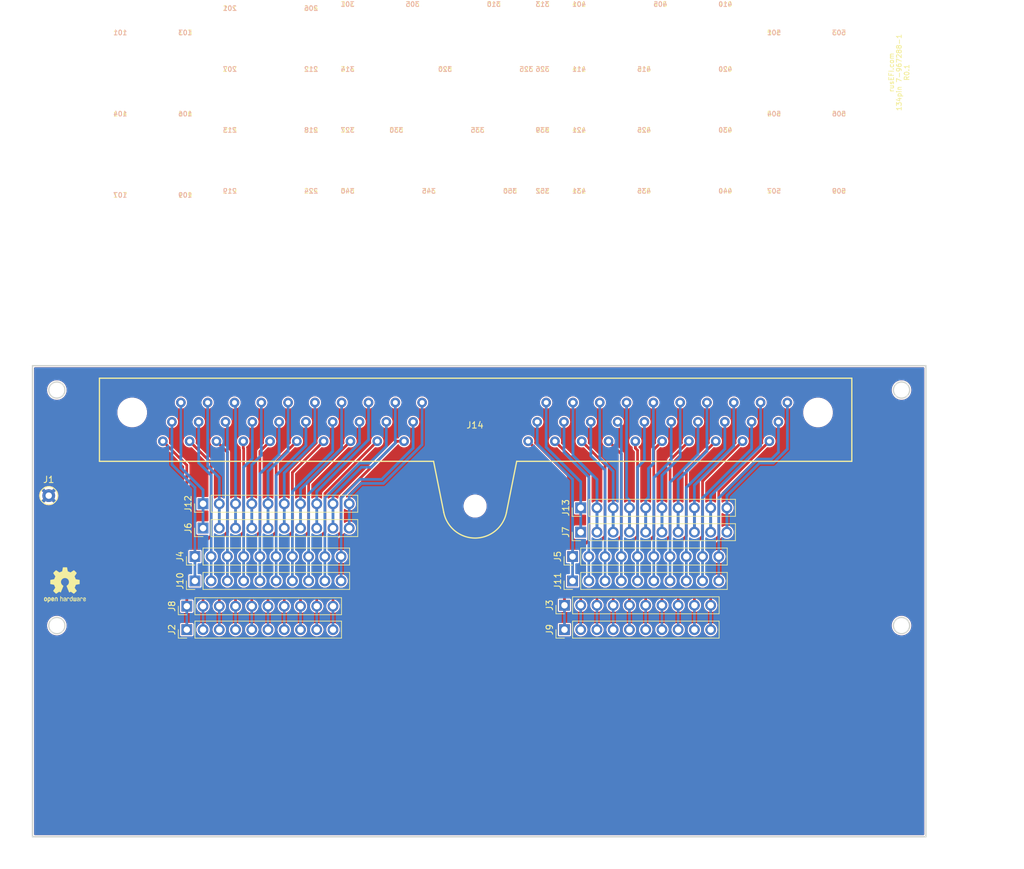
<source format=kicad_pcb>
(kicad_pcb (version 20171130) (host pcbnew "(5.1.5)-3")
  (title_block (title "134pin 7-967288-1 Breakout board") (date 2019-11-16) (rev R0.1))
  (layers (0 F.Cu signal) (31 B.Cu signal) (34 B.Paste user) (35 F.Paste user) (36 B.SilkS user) (37 F.SilkS user) (38 B.Mask user) (39 F.Mask user) (44 Edge.Cuts user))
  (net 0 "")
  (net 1 "Net-(J11-Pad4)")
  (net 2 "Net-(J11-Pad3)")
  (net 3 "Net-(J11-Pad2)")
  (net 4 "Net-(J10-Pad4)")
  (net 5 "Net-(J10-Pad3)")
  (net 6 "Net-(J10-Pad2)")
  (net 7 "Net-(J13-Pad2)")
  (net 8 "Net-(J14-Pad2)")
  (net 9 GND)
  (net 10 /420)
  (net 11 /421)
  (net 12 /10)
  (net 13 "Net-(J14-Pad9)")
  (net 14 "Net-(J14-Pad8)")
  (net 15 "Net-(J14-Pad7)")
  (net 16 "Net-(J14-Pad6)")
  (net 17 /5)
  (net 18 "Net-(J14-Pad4)")
  (net 19 "Net-(J14-Pad3)")
  (net 20 /1)
  (net 21 "Net-(J14-Pad19)")
  (net 22 "Net-(J14-Pad18)")
  (net 23 "Net-(J14-Pad17)")
  (net 24 "Net-(J14-Pad16)")
  (net 25 /15)
  (net 26 "Net-(J14-Pad14)")
  (net 27 "Net-(J14-Pad13)")
  (net 28 "Net-(J14-Pad12)")
  (net 29 /11)
  (net 30 /25)
  (net 31 "Net-(J10-Pad6)")
  (net 32 "Net-(J10-Pad7)")
  (net 33 "Net-(J10-Pad8)")
  (net 34 "Net-(J10-Pad9)")
  (net 35 /30)
  (net 36 /31)
  (net 37 /35)
  (net 38 "Net-(J11-Pad6)")
  (net 39 "Net-(J11-Pad7)")
  (net 40 "Net-(J11-Pad8)")
  (net 41 "Net-(J11-Pad9)")
  (net 42 /40)
  (net 43 /50)
  (net 44 "Net-(J12-Pad9)")
  (net 45 "Net-(J12-Pad8)")
  (net 46 "Net-(J12-Pad7)")
  (net 47 "Net-(J12-Pad6)")
  (net 48 /45)
  (net 49 "Net-(J12-Pad4)")
  (net 50 "Net-(J12-Pad3)")
  (net 51 "Net-(J12-Pad2)")
  (net 52 /41)
  (net 53 /60)
  (net 54 "Net-(J13-Pad9)")
  (net 55 "Net-(J13-Pad8)")
  (net 56 "Net-(J13-Pad7)")
  (net 57 "Net-(J13-Pad6)")
  (net 58 /55)
  (net 59 /54)
  (net 60 /53)
  (net 61 "Net-(J13-Pad1)")
  (module rusEFI:eeciv (layer F.Cu) (at 145.415 65.405)
    (fp_text reference J14 (at -0.019 7.401) (layer F.SilkS))
    (fp_text value EEC-IV)
    (pad 41 thru_hole circle (at -46.009 3.858) (size 1.524 1.524) (drill 0.762) (layers *.Cu *.Mask) (net 52 /41))
    (pad 43 thru_hole circle (at -37.627 3.861) (size 1.524 1.524) (drill 0.762) (layers *.Cu *.Mask) (net 50 "Net-(J12-Pad3)"))
    (pad 47 thru_hole circle (at -20.869 3.855) (size 1.524 1.524) (drill 0.762) (layers *.Cu *.Mask) (net 46 "Net-(J12-Pad7)"))
    (pad 46 thru_hole circle (at -25.055 3.852) (size 1.524 1.524) (drill 0.762) (layers *.Cu *.Mask) (net 47 "Net-(J12-Pad6)"))
    (pad 42 thru_hole circle (at -41.823 3.861) (size 1.524 1.524) (drill 0.762) (layers *.Cu *.Mask) (net 51 "Net-(J12-Pad2)"))
    (pad 48 thru_hole circle (at -16.673 3.855) (size 1.524 1.524) (drill 0.762) (layers *.Cu *.Mask) (net 45 "Net-(J12-Pad8)"))
    (pad 44 thru_hole circle (at -33.435 3.857) (size 1.524 1.524) (drill 0.762) (layers *.Cu *.Mask) (net 49 "Net-(J12-Pad4)"))
    (pad 50 thru_hole circle (at -8.293 3.857) (size 1.524 1.524) (drill 0.762) (layers *.Cu *.Mask) (net 43 /50))
    (pad 45 thru_hole circle (at -29.247 3.863) (size 1.524 1.524) (drill 0.762) (layers *.Cu *.Mask) (net 48 /45))
    (pad 49 thru_hole circle (at -12.481 3.851) (size 1.524 1.524) (drill 0.762) (layers *.Cu *.Mask) (net 44 "Net-(J12-Pad9)"))
    (pad 21 thru_hole circle (at -47.413 6.884) (size 1.524 1.524) (drill 0.762) (layers *.Cu *.Mask) (net 11 /421))
    (pad 23 thru_hole circle (at -39.031 6.887) (size 1.524 1.524) (drill 0.762) (layers *.Cu *.Mask) (net 5 "Net-(J10-Pad3)"))
    (pad 27 thru_hole circle (at -22.273 6.881) (size 1.524 1.524) (drill 0.762) (layers *.Cu *.Mask) (net 32 "Net-(J10-Pad7)"))
    (pad 26 thru_hole circle (at -26.459 6.878) (size 1.524 1.524) (drill 0.762) (layers *.Cu *.Mask) (net 31 "Net-(J10-Pad6)"))
    (pad 22 thru_hole circle (at -43.227 6.887) (size 1.524 1.524) (drill 0.762) (layers *.Cu *.Mask) (net 6 "Net-(J10-Pad2)"))
    (pad 28 thru_hole circle (at -18.077 6.881) (size 1.524 1.524) (drill 0.762) (layers *.Cu *.Mask) (net 33 "Net-(J10-Pad8)"))
    (pad 24 thru_hole circle (at -34.839 6.883) (size 1.524 1.524) (drill 0.762) (layers *.Cu *.Mask) (net 4 "Net-(J10-Pad4)"))
    (pad 30 thru_hole circle (at -9.697 6.883) (size 1.524 1.524) (drill 0.762) (layers *.Cu *.Mask) (net 35 /30))
    (pad 25 thru_hole circle (at -30.651 6.889) (size 1.524 1.524) (drill 0.762) (layers *.Cu *.Mask) (net 30 /25))
    (pad 29 thru_hole circle (at -13.885 6.877) (size 1.524 1.524) (drill 0.762) (layers *.Cu *.Mask) (net 34 "Net-(J10-Pad9)"))
    (pad 6 thru_hole circle (at -27.875 9.903) (size 1.524 1.524) (drill 0.762) (layers *.Cu *.Mask) (net 16 "Net-(J14-Pad6)"))
    (pad 8 thru_hole circle (at -19.493 9.906) (size 1.524 1.524) (drill 0.762) (layers *.Cu *.Mask) (net 14 "Net-(J14-Pad8)"))
    (pad 7 thru_hole circle (at -23.689 9.906) (size 1.524 1.524) (drill 0.762) (layers *.Cu *.Mask) (net 15 "Net-(J14-Pad7)"))
    (pad 9 thru_hole circle (at -15.301 9.902) (size 1.524 1.524) (drill 0.762) (layers *.Cu *.Mask) (net 13 "Net-(J14-Pad9)"))
    (pad 10 thru_hole circle (at -11.113 9.908) (size 1.524 1.524) (drill 0.762) (layers *.Cu *.Mask) (net 12 /10))
    (pad 5 thru_hole circle (at -32.067 9.914) (size 1.524 1.524) (drill 0.762) (layers *.Cu *.Mask) (net 17 /5))
    (pad 4 thru_hole circle (at -36.255 9.908) (size 1.524 1.524) (drill 0.762) (layers *.Cu *.Mask) (net 18 "Net-(J14-Pad4)"))
    (pad 3 thru_hole circle (at -40.447 9.912) (size 1.524 1.524) (drill 0.762) (layers *.Cu *.Mask) (net 19 "Net-(J14-Pad3)"))
    (pad 2 thru_hole circle (at -44.643 9.912) (size 1.524 1.524) (drill 0.762) (layers *.Cu *.Mask) (net 8 "Net-(J14-Pad2)"))
    (pad 1 thru_hole circle (at -48.829 9.909) (size 1.524 1.524) (drill 0.762) (layers *.Cu *.Mask) (net 20 /1))
    (pad 19 thru_hole circle (at 41.819 9.899) (size 1.524 1.524) (drill 0.762) (layers *.Cu *.Mask) (net 21 "Net-(J14-Pad19)"))
    (pad 60 thru_hole circle (at 48.827 3.854) (size 1.524 1.524) (drill 0.762) (layers *.Cu *.Mask) (net 53 /60))
    (pad 52 thru_hole circle (at 15.297 3.858) (size 1.524 1.524) (drill 0.762) (layers *.Cu *.Mask) (net 7 "Net-(J13-Pad2)"))
    (pad 16 thru_hole circle (at 29.245 9.9) (size 1.524 1.524) (drill 0.762) (layers *.Cu *.Mask) (net 24 "Net-(J14-Pad16)"))
    (pad 20 thru_hole circle (at 46.007 9.905) (size 1.524 1.524) (drill 0.762) (layers *.Cu *.Mask) (net 10 /420))
    (pad 18 thru_hole circle (at 37.627 9.903) (size 1.524 1.524) (drill 0.762) (layers *.Cu *.Mask) (net 22 "Net-(J14-Pad18)"))
    (pad 59 thru_hole circle (at 44.639 3.848) (size 1.524 1.524) (drill 0.762) (layers *.Cu *.Mask) (net 54 "Net-(J13-Pad9)"))
    (pad 54 thru_hole circle (at 23.685 3.854) (size 1.524 1.524) (drill 0.762) (layers *.Cu *.Mask) (net 59 /54))
    (pad 36 thru_hole circle (at 30.661 6.875) (size 1.524 1.524) (drill 0.762) (layers *.Cu *.Mask) (net 38 "Net-(J11-Pad6)"))
    (pad 37 thru_hole circle (at 34.847 6.878) (size 1.524 1.524) (drill 0.762) (layers *.Cu *.Mask) (net 39 "Net-(J11-Pad7)"))
    (pad 40 thru_hole circle (at 47.423 6.88) (size 1.524 1.524) (drill 0.762) (layers *.Cu *.Mask) (net 42 /40))
    (pad 33 thru_hole circle (at 18.089 6.884) (size 1.524 1.524) (drill 0.762) (layers *.Cu *.Mask) (net 2 "Net-(J11-Pad3)"))
    (pad 38 thru_hole circle (at 39.043 6.878) (size 1.524 1.524) (drill 0.762) (layers *.Cu *.Mask) (net 40 "Net-(J11-Pad8)"))
    (pad 17 thru_hole circle (at 33.431 9.903) (size 1.524 1.524) (drill 0.762) (layers *.Cu *.Mask) (net 23 "Net-(J14-Pad17)"))
    (pad 39 thru_hole circle (at 43.235 6.874) (size 1.524 1.524) (drill 0.762) (layers *.Cu *.Mask) (net 41 "Net-(J11-Pad9)"))
    (pad 58 thru_hole circle (at 40.447 3.852) (size 1.524 1.524) (drill 0.762) (layers *.Cu *.Mask) (net 55 "Net-(J13-Pad8)"))
    (pad 35 thru_hole circle (at 26.469 6.886) (size 1.524 1.524) (drill 0.762) (layers *.Cu *.Mask) (net 37 /35))
    (pad 51 thru_hole circle (at 11.111 3.855) (size 1.524 1.524) (drill 0.762) (layers *.Cu *.Mask) (net 61 "Net-(J13-Pad1)"))
    (pad 32 thru_hole circle (at 13.893 6.884) (size 1.524 1.524) (drill 0.762) (layers *.Cu *.Mask) (net 3 "Net-(J11-Pad2)"))
    (pad 53 thru_hole circle (at 19.493 3.858) (size 1.524 1.524) (drill 0.762) (layers *.Cu *.Mask) (net 60 /53))
    (pad 56 thru_hole circle (at 32.065 3.849) (size 1.524 1.524) (drill 0.762) (layers *.Cu *.Mask) (net 57 "Net-(J13-Pad6)"))
    (pad 15 thru_hole circle (at 25.053 9.911) (size 1.524 1.524) (drill 0.762) (layers *.Cu *.Mask) (net 25 /15))
    (pad 11 thru_hole circle (at 8.291 9.906) (size 1.524 1.524) (drill 0.762) (layers *.Cu *.Mask) (net 29 /11))
    (pad 12 thru_hole circle (at 12.477 9.909) (size 1.524 1.524) (drill 0.762) (layers *.Cu *.Mask) (net 28 "Net-(J14-Pad12)"))
    (pad 57 thru_hole circle (at 36.251 3.852) (size 1.524 1.524) (drill 0.762) (layers *.Cu *.Mask) (net 56 "Net-(J13-Pad7)"))
    (pad 31 thru_hole circle (at 9.707 6.881) (size 1.524 1.524) (drill 0.762) (layers *.Cu *.Mask) (net 36 /31))
    (pad 13 thru_hole circle (at 16.673 9.909) (size 1.524 1.524) (drill 0.762) (layers *.Cu *.Mask) (net 27 "Net-(J14-Pad13)"))
    (pad 14 thru_hole circle (at 20.865 9.905) (size 1.524 1.524) (drill 0.762) (layers *.Cu *.Mask) (net 26 "Net-(J14-Pad14)"))
    (pad 34 thru_hole circle (at 22.281 6.88) (size 1.524 1.524) (drill 0.762) (layers *.Cu *.Mask) (net 1 "Net-(J11-Pad4)"))
    (pad 55 thru_hole circle (at 27.873 3.86) (size 1.524 1.524) (drill 0.762) (layers *.Cu *.Mask) (net 58 /55))
    (pad "" np_thru_hole circle (at 53.617 5.412) (size 4.25 4.25) (drill 4.25) (layers *.Cu *.Mask))
    (pad "" np_thru_hole circle (at -53.624 5.407) (size 4.25 4.25) (drill 4.25) (layers *.Cu *.Mask))
    (pad "" np_thru_hole circle (at -0.003 20.048) (size 3.22 3.22) (drill 3.22) (layers *.Cu *.Mask))
  )
  (module Connector_PinHeader_2.54mm:PinHeader_1x10_P2.54mm_Vertical (layer F.Cu) (at 161.925 85.725 90)
    (fp_text reference J13 (at 0 -2.33 90) (layer F.SilkS))
    (fp_text value Conn_01x10)
    (pad 10 thru_hole oval (at 0 22.86 90) (size 1.7 1.7) (drill 1) (layers *.Cu *.Mask) (net 53 /60))
    (pad 9 thru_hole oval (at 0 20.32 90) (size 1.7 1.7) (drill 1) (layers *.Cu *.Mask) (net 54 "Net-(J13-Pad9)"))
    (pad 8 thru_hole oval (at 0 17.78 90) (size 1.7 1.7) (drill 1) (layers *.Cu *.Mask) (net 55 "Net-(J13-Pad8)"))
    (pad 7 thru_hole oval (at 0 15.24 90) (size 1.7 1.7) (drill 1) (layers *.Cu *.Mask) (net 56 "Net-(J13-Pad7)"))
    (pad 6 thru_hole oval (at 0 12.7 90) (size 1.7 1.7) (drill 1) (layers *.Cu *.Mask) (net 57 "Net-(J13-Pad6)"))
    (pad 5 thru_hole oval (at 0 10.16 90) (size 1.7 1.7) (drill 1) (layers *.Cu *.Mask) (net 58 /55))
    (pad 4 thru_hole oval (at 0 7.62 90) (size 1.7 1.7) (drill 1) (layers *.Cu *.Mask) (net 59 /54))
    (pad 3 thru_hole oval (at 0 5.08 90) (size 1.7 1.7) (drill 1) (layers *.Cu *.Mask) (net 60 /53))
    (pad 2 thru_hole oval (at 0 2.54 90) (size 1.7 1.7) (drill 1) (layers *.Cu *.Mask) (net 7 "Net-(J13-Pad2)"))
    (pad 1 thru_hole rect (at 0 0 90) (size 1.7 1.7) (drill 1) (layers *.Cu *.Mask) (net 61 "Net-(J13-Pad1)"))
  )
  (module Connector_PinHeader_2.54mm:PinHeader_1x10_P2.54mm_Vertical (layer F.Cu) (at 102.87 85.09 90)
    (fp_text reference J12 (at 0 -2.33 90) (layer F.SilkS))
    (fp_text value Conn_01x10)
    (pad 10 thru_hole oval (at 0 22.86 90) (size 1.7 1.7) (drill 1) (layers *.Cu *.Mask) (net 43 /50))
    (pad 9 thru_hole oval (at 0 20.32 90) (size 1.7 1.7) (drill 1) (layers *.Cu *.Mask) (net 44 "Net-(J12-Pad9)"))
    (pad 8 thru_hole oval (at 0 17.78 90) (size 1.7 1.7) (drill 1) (layers *.Cu *.Mask) (net 45 "Net-(J12-Pad8)"))
    (pad 7 thru_hole oval (at 0 15.24 90) (size 1.7 1.7) (drill 1) (layers *.Cu *.Mask) (net 46 "Net-(J12-Pad7)"))
    (pad 6 thru_hole oval (at 0 12.7 90) (size 1.7 1.7) (drill 1) (layers *.Cu *.Mask) (net 47 "Net-(J12-Pad6)"))
    (pad 5 thru_hole oval (at 0 10.16 90) (size 1.7 1.7) (drill 1) (layers *.Cu *.Mask) (net 48 /45))
    (pad 4 thru_hole oval (at 0 7.62 90) (size 1.7 1.7) (drill 1) (layers *.Cu *.Mask) (net 49 "Net-(J12-Pad4)"))
    (pad 3 thru_hole oval (at 0 5.08 90) (size 1.7 1.7) (drill 1) (layers *.Cu *.Mask) (net 50 "Net-(J12-Pad3)"))
    (pad 2 thru_hole oval (at 0 2.54 90) (size 1.7 1.7) (drill 1) (layers *.Cu *.Mask) (net 51 "Net-(J12-Pad2)"))
    (pad 1 thru_hole rect (at 0 0 90) (size 1.7 1.7) (drill 1) (layers *.Cu *.Mask) (net 52 /41))
  )
  (module Connector_PinHeader_2.54mm:PinHeader_1x10_P2.54mm_Vertical (layer F.Cu) (at 161.925 89.535 90)
    (fp_text reference J7 (at 0 -2.33 90) (layer F.SilkS))
    (fp_text value Conn_01x10)
    (pad 10 thru_hole oval (at 0 22.86 90) (size 1.7 1.7) (drill 1) (layers *.Cu *.Mask) (net 53 /60))
    (pad 9 thru_hole oval (at 0 20.32 90) (size 1.7 1.7) (drill 1) (layers *.Cu *.Mask) (net 54 "Net-(J13-Pad9)"))
    (pad 8 thru_hole oval (at 0 17.78 90) (size 1.7 1.7) (drill 1) (layers *.Cu *.Mask) (net 55 "Net-(J13-Pad8)"))
    (pad 7 thru_hole oval (at 0 15.24 90) (size 1.7 1.7) (drill 1) (layers *.Cu *.Mask) (net 56 "Net-(J13-Pad7)"))
    (pad 6 thru_hole oval (at 0 12.7 90) (size 1.7 1.7) (drill 1) (layers *.Cu *.Mask) (net 57 "Net-(J13-Pad6)"))
    (pad 5 thru_hole oval (at 0 10.16 90) (size 1.7 1.7) (drill 1) (layers *.Cu *.Mask) (net 58 /55))
    (pad 4 thru_hole oval (at 0 7.62 90) (size 1.7 1.7) (drill 1) (layers *.Cu *.Mask) (net 59 /54))
    (pad 3 thru_hole oval (at 0 5.08 90) (size 1.7 1.7) (drill 1) (layers *.Cu *.Mask) (net 60 /53))
    (pad 2 thru_hole oval (at 0 2.54 90) (size 1.7 1.7) (drill 1) (layers *.Cu *.Mask) (net 7 "Net-(J13-Pad2)"))
    (pad 1 thru_hole rect (at 0 0 90) (size 1.7 1.7) (drill 1) (layers *.Cu *.Mask) (net 61 "Net-(J13-Pad1)"))
  )
  (module Connector_PinHeader_2.54mm:PinHeader_1x10_P2.54mm_Vertical (layer F.Cu) (at 102.87 88.9 90)
    (fp_text reference J6 (at 0 -2.33 90) (layer F.SilkS))
    (fp_text value Conn_01x10)
    (pad 10 thru_hole oval (at 0 22.86 90) (size 1.7 1.7) (drill 1) (layers *.Cu *.Mask) (net 43 /50))
    (pad 9 thru_hole oval (at 0 20.32 90) (size 1.7 1.7) (drill 1) (layers *.Cu *.Mask) (net 44 "Net-(J12-Pad9)"))
    (pad 8 thru_hole oval (at 0 17.78 90) (size 1.7 1.7) (drill 1) (layers *.Cu *.Mask) (net 45 "Net-(J12-Pad8)"))
    (pad 7 thru_hole oval (at 0 15.24 90) (size 1.7 1.7) (drill 1) (layers *.Cu *.Mask) (net 46 "Net-(J12-Pad7)"))
    (pad 6 thru_hole oval (at 0 12.7 90) (size 1.7 1.7) (drill 1) (layers *.Cu *.Mask) (net 47 "Net-(J12-Pad6)"))
    (pad 5 thru_hole oval (at 0 10.16 90) (size 1.7 1.7) (drill 1) (layers *.Cu *.Mask) (net 48 /45))
    (pad 4 thru_hole oval (at 0 7.62 90) (size 1.7 1.7) (drill 1) (layers *.Cu *.Mask) (net 49 "Net-(J12-Pad4)"))
    (pad 3 thru_hole oval (at 0 5.08 90) (size 1.7 1.7) (drill 1) (layers *.Cu *.Mask) (net 50 "Net-(J12-Pad3)"))
    (pad 2 thru_hole oval (at 0 2.54 90) (size 1.7 1.7) (drill 1) (layers *.Cu *.Mask) (net 51 "Net-(J12-Pad2)"))
    (pad 1 thru_hole rect (at 0 0 90) (size 1.7 1.7) (drill 1) (layers *.Cu *.Mask) (net 52 /41))
  )
  (module Connector_PinHeader_2.54mm:PinHeader_1x10_P2.54mm_Vertical (layer F.Cu) (at 100.33 104.775 90)
    (fp_text reference J2 (at 0 -2.33 90) (layer F.SilkS))
    (fp_text value Conn_01x10)
    (pad 10 thru_hole oval (at 0 22.86 90) (size 1.7 1.7) (drill 1) (layers *.Cu *.Mask) (net 12 /10))
    (pad 9 thru_hole oval (at 0 20.32 90) (size 1.7 1.7) (drill 1) (layers *.Cu *.Mask) (net 13 "Net-(J14-Pad9)"))
    (pad 8 thru_hole oval (at 0 17.78 90) (size 1.7 1.7) (drill 1) (layers *.Cu *.Mask) (net 14 "Net-(J14-Pad8)"))
    (pad 7 thru_hole oval (at 0 15.24 90) (size 1.7 1.7) (drill 1) (layers *.Cu *.Mask) (net 15 "Net-(J14-Pad7)"))
    (pad 6 thru_hole oval (at 0 12.7 90) (size 1.7 1.7) (drill 1) (layers *.Cu *.Mask) (net 16 "Net-(J14-Pad6)"))
    (pad 5 thru_hole oval (at 0 10.16 90) (size 1.7 1.7) (drill 1) (layers *.Cu *.Mask) (net 17 /5))
    (pad 4 thru_hole oval (at 0 7.62 90) (size 1.7 1.7) (drill 1) (layers *.Cu *.Mask) (net 18 "Net-(J14-Pad4)"))
    (pad 3 thru_hole oval (at 0 5.08 90) (size 1.7 1.7) (drill 1) (layers *.Cu *.Mask) (net 19 "Net-(J14-Pad3)"))
    (pad 2 thru_hole oval (at 0 2.54 90) (size 1.7 1.7) (drill 1) (layers *.Cu *.Mask) (net 8 "Net-(J14-Pad2)"))
    (pad 1 thru_hole rect (at 0 0 90) (size 1.7 1.7) (drill 1) (layers *.Cu *.Mask) (net 20 /1))
  )
  (module Connector_PinHeader_2.54mm:PinHeader_1x10_P2.54mm_Vertical (layer F.Cu) (at 159.385 100.965 90)
    (fp_text reference J3 (at 0 -2.33 90) (layer F.SilkS))
    (fp_text value Conn_01x10)
    (pad 10 thru_hole oval (at 0 22.86 90) (size 1.7 1.7) (drill 1) (layers *.Cu *.Mask) (net 10 /420))
    (pad 9 thru_hole oval (at 0 20.32 90) (size 1.7 1.7) (drill 1) (layers *.Cu *.Mask) (net 21 "Net-(J14-Pad19)"))
    (pad 8 thru_hole oval (at 0 17.78 90) (size 1.7 1.7) (drill 1) (layers *.Cu *.Mask) (net 22 "Net-(J14-Pad18)"))
    (pad 7 thru_hole oval (at 0 15.24 90) (size 1.7 1.7) (drill 1) (layers *.Cu *.Mask) (net 23 "Net-(J14-Pad17)"))
    (pad 6 thru_hole oval (at 0 12.7 90) (size 1.7 1.7) (drill 1) (layers *.Cu *.Mask) (net 24 "Net-(J14-Pad16)"))
    (pad 5 thru_hole oval (at 0 10.16 90) (size 1.7 1.7) (drill 1) (layers *.Cu *.Mask) (net 25 /15))
    (pad 4 thru_hole oval (at 0 7.62 90) (size 1.7 1.7) (drill 1) (layers *.Cu *.Mask) (net 26 "Net-(J14-Pad14)"))
    (pad 3 thru_hole oval (at 0 5.08 90) (size 1.7 1.7) (drill 1) (layers *.Cu *.Mask) (net 27 "Net-(J14-Pad13)"))
    (pad 2 thru_hole oval (at 0 2.54 90) (size 1.7 1.7) (drill 1) (layers *.Cu *.Mask) (net 28 "Net-(J14-Pad12)"))
    (pad 1 thru_hole rect (at 0 0 90) (size 1.7 1.7) (drill 1) (layers *.Cu *.Mask) (net 29 /11))
  )
  (module Connector_PinHeader_2.54mm:PinHeader_1x10_P2.54mm_Vertical (layer F.Cu) (at 101.6 93.345 90)
    (fp_text reference J4 (at 0 -2.33 90) (layer F.SilkS))
    (fp_text value Conn_01x10)
    (pad 1 thru_hole rect (at 0 0 90) (size 1.7 1.7) (drill 1) (layers *.Cu *.Mask) (net 11 /421))
    (pad 2 thru_hole oval (at 0 2.54 90) (size 1.7 1.7) (drill 1) (layers *.Cu *.Mask) (net 6 "Net-(J10-Pad2)"))
    (pad 3 thru_hole oval (at 0 5.08 90) (size 1.7 1.7) (drill 1) (layers *.Cu *.Mask) (net 5 "Net-(J10-Pad3)"))
    (pad 4 thru_hole oval (at 0 7.62 90) (size 1.7 1.7) (drill 1) (layers *.Cu *.Mask) (net 4 "Net-(J10-Pad4)"))
    (pad 5 thru_hole oval (at 0 10.16 90) (size 1.7 1.7) (drill 1) (layers *.Cu *.Mask) (net 30 /25))
    (pad 6 thru_hole oval (at 0 12.7 90) (size 1.7 1.7) (drill 1) (layers *.Cu *.Mask) (net 31 "Net-(J10-Pad6)"))
    (pad 7 thru_hole oval (at 0 15.24 90) (size 1.7 1.7) (drill 1) (layers *.Cu *.Mask) (net 32 "Net-(J10-Pad7)"))
    (pad 8 thru_hole oval (at 0 17.78 90) (size 1.7 1.7) (drill 1) (layers *.Cu *.Mask) (net 33 "Net-(J10-Pad8)"))
    (pad 9 thru_hole oval (at 0 20.32 90) (size 1.7 1.7) (drill 1) (layers *.Cu *.Mask) (net 34 "Net-(J10-Pad9)"))
    (pad 10 thru_hole oval (at 0 22.86 90) (size 1.7 1.7) (drill 1) (layers *.Cu *.Mask) (net 35 /30))
  )
  (module Connector_PinHeader_2.54mm:PinHeader_1x10_P2.54mm_Vertical (layer F.Cu) (at 160.655 93.345 90)
    (fp_text reference J5 (at 0 -2.33 90) (layer F.SilkS))
    (fp_text value Conn_01x10)
    (pad 1 thru_hole rect (at 0 0 90) (size 1.7 1.7) (drill 1) (layers *.Cu *.Mask) (net 36 /31))
    (pad 2 thru_hole oval (at 0 2.54 90) (size 1.7 1.7) (drill 1) (layers *.Cu *.Mask) (net 3 "Net-(J11-Pad2)"))
    (pad 3 thru_hole oval (at 0 5.08 90) (size 1.7 1.7) (drill 1) (layers *.Cu *.Mask) (net 2 "Net-(J11-Pad3)"))
    (pad 4 thru_hole oval (at 0 7.62 90) (size 1.7 1.7) (drill 1) (layers *.Cu *.Mask) (net 1 "Net-(J11-Pad4)"))
    (pad 5 thru_hole oval (at 0 10.16 90) (size 1.7 1.7) (drill 1) (layers *.Cu *.Mask) (net 37 /35))
    (pad 6 thru_hole oval (at 0 12.7 90) (size 1.7 1.7) (drill 1) (layers *.Cu *.Mask) (net 38 "Net-(J11-Pad6)"))
    (pad 7 thru_hole oval (at 0 15.24 90) (size 1.7 1.7) (drill 1) (layers *.Cu *.Mask) (net 39 "Net-(J11-Pad7)"))
    (pad 8 thru_hole oval (at 0 17.78 90) (size 1.7 1.7) (drill 1) (layers *.Cu *.Mask) (net 40 "Net-(J11-Pad8)"))
    (pad 9 thru_hole oval (at 0 20.32 90) (size 1.7 1.7) (drill 1) (layers *.Cu *.Mask) (net 41 "Net-(J11-Pad9)"))
    (pad 10 thru_hole oval (at 0 22.86 90) (size 1.7 1.7) (drill 1) (layers *.Cu *.Mask) (net 42 /40))
  )
  (module Connector_PinHeader_2.54mm:PinHeader_1x10_P2.54mm_Vertical (layer F.Cu) (at 100.33 101.11 90)
    (fp_text reference J8 (at 0 -2.33 90) (layer F.SilkS))
    (fp_text value Conn_01x10)
    (pad 1 thru_hole rect (at 0 0 90) (size 1.7 1.7) (drill 1) (layers *.Cu *.Mask) (net 20 /1))
    (pad 2 thru_hole oval (at 0 2.54 90) (size 1.7 1.7) (drill 1) (layers *.Cu *.Mask) (net 8 "Net-(J14-Pad2)"))
    (pad 3 thru_hole oval (at 0 5.08 90) (size 1.7 1.7) (drill 1) (layers *.Cu *.Mask) (net 19 "Net-(J14-Pad3)"))
    (pad 4 thru_hole oval (at 0 7.62 90) (size 1.7 1.7) (drill 1) (layers *.Cu *.Mask) (net 18 "Net-(J14-Pad4)"))
    (pad 5 thru_hole oval (at 0 10.16 90) (size 1.7 1.7) (drill 1) (layers *.Cu *.Mask) (net 17 /5))
    (pad 6 thru_hole oval (at 0 12.7 90) (size 1.7 1.7) (drill 1) (layers *.Cu *.Mask) (net 16 "Net-(J14-Pad6)"))
    (pad 7 thru_hole oval (at 0 15.24 90) (size 1.7 1.7) (drill 1) (layers *.Cu *.Mask) (net 15 "Net-(J14-Pad7)"))
    (pad 8 thru_hole oval (at 0 17.78 90) (size 1.7 1.7) (drill 1) (layers *.Cu *.Mask) (net 14 "Net-(J14-Pad8)"))
    (pad 9 thru_hole oval (at 0 20.32 90) (size 1.7 1.7) (drill 1) (layers *.Cu *.Mask) (net 13 "Net-(J14-Pad9)"))
    (pad 10 thru_hole oval (at 0 22.86 90) (size 1.7 1.7) (drill 1) (layers *.Cu *.Mask) (net 12 /10))
  )
  (module Connector_PinHeader_2.54mm:PinHeader_1x10_P2.54mm_Vertical (layer F.Cu) (at 159.385 104.775 90)
    (fp_text reference J9 (at 0 -2.33 90) (layer F.SilkS))
    (fp_text value Conn_01x10)
    (pad 10 thru_hole oval (at 0 22.86 90) (size 1.7 1.7) (drill 1) (layers *.Cu *.Mask) (net 10 /420))
    (pad 9 thru_hole oval (at 0 20.32 90) (size 1.7 1.7) (drill 1) (layers *.Cu *.Mask) (net 21 "Net-(J14-Pad19)"))
    (pad 8 thru_hole oval (at 0 17.78 90) (size 1.7 1.7) (drill 1) (layers *.Cu *.Mask) (net 22 "Net-(J14-Pad18)"))
    (pad 7 thru_hole oval (at 0 15.24 90) (size 1.7 1.7) (drill 1) (layers *.Cu *.Mask) (net 23 "Net-(J14-Pad17)"))
    (pad 6 thru_hole oval (at 0 12.7 90) (size 1.7 1.7) (drill 1) (layers *.Cu *.Mask) (net 24 "Net-(J14-Pad16)"))
    (pad 5 thru_hole oval (at 0 10.16 90) (size 1.7 1.7) (drill 1) (layers *.Cu *.Mask) (net 25 /15))
    (pad 4 thru_hole oval (at 0 7.62 90) (size 1.7 1.7) (drill 1) (layers *.Cu *.Mask) (net 26 "Net-(J14-Pad14)"))
    (pad 3 thru_hole oval (at 0 5.08 90) (size 1.7 1.7) (drill 1) (layers *.Cu *.Mask) (net 27 "Net-(J14-Pad13)"))
    (pad 2 thru_hole oval (at 0 2.54 90) (size 1.7 1.7) (drill 1) (layers *.Cu *.Mask) (net 28 "Net-(J14-Pad12)"))
    (pad 1 thru_hole rect (at 0 0 90) (size 1.7 1.7) (drill 1) (layers *.Cu *.Mask) (net 29 /11))
  )
  (module Connector_PinHeader_2.54mm:PinHeader_1x10_P2.54mm_Vertical (layer F.Cu) (at 101.6 97.155 90)
    (fp_text reference J10 (at 0 -2.33 90) (layer F.SilkS))
    (fp_text value Conn_01x10)
    (pad 1 thru_hole rect (at 0 0 90) (size 1.7 1.7) (drill 1) (layers *.Cu *.Mask) (net 11 /421))
    (pad 2 thru_hole oval (at 0 2.54 90) (size 1.7 1.7) (drill 1) (layers *.Cu *.Mask) (net 6 "Net-(J10-Pad2)"))
    (pad 3 thru_hole oval (at 0 5.08 90) (size 1.7 1.7) (drill 1) (layers *.Cu *.Mask) (net 5 "Net-(J10-Pad3)"))
    (pad 4 thru_hole oval (at 0 7.62 90) (size 1.7 1.7) (drill 1) (layers *.Cu *.Mask) (net 4 "Net-(J10-Pad4)"))
    (pad 5 thru_hole oval (at 0 10.16 90) (size 1.7 1.7) (drill 1) (layers *.Cu *.Mask) (net 30 /25))
    (pad 6 thru_hole oval (at 0 12.7 90) (size 1.7 1.7) (drill 1) (layers *.Cu *.Mask) (net 31 "Net-(J10-Pad6)"))
    (pad 7 thru_hole oval (at 0 15.24 90) (size 1.7 1.7) (drill 1) (layers *.Cu *.Mask) (net 32 "Net-(J10-Pad7)"))
    (pad 8 thru_hole oval (at 0 17.78 90) (size 1.7 1.7) (drill 1) (layers *.Cu *.Mask) (net 33 "Net-(J10-Pad8)"))
    (pad 9 thru_hole oval (at 0 20.32 90) (size 1.7 1.7) (drill 1) (layers *.Cu *.Mask) (net 34 "Net-(J10-Pad9)"))
    (pad 10 thru_hole oval (at 0 22.86 90) (size 1.7 1.7) (drill 1) (layers *.Cu *.Mask) (net 35 /30))
  )
  (module Connector_PinHeader_2.54mm:PinHeader_1x10_P2.54mm_Vertical (layer F.Cu) (at 160.655 97.155 90)
    (fp_text reference J11 (at 0 -2.33 90) (layer F.SilkS))
    (fp_text value Conn_01x10)
    (pad 10 thru_hole oval (at 0 22.86 90) (size 1.7 1.7) (drill 1) (layers *.Cu *.Mask) (net 42 /40))
    (pad 9 thru_hole oval (at 0 20.32 90) (size 1.7 1.7) (drill 1) (layers *.Cu *.Mask) (net 41 "Net-(J11-Pad9)"))
    (pad 8 thru_hole oval (at 0 17.78 90) (size 1.7 1.7) (drill 1) (layers *.Cu *.Mask) (net 40 "Net-(J11-Pad8)"))
    (pad 7 thru_hole oval (at 0 15.24 90) (size 1.7 1.7) (drill 1) (layers *.Cu *.Mask) (net 39 "Net-(J11-Pad7)"))
    (pad 6 thru_hole oval (at 0 12.7 90) (size 1.7 1.7) (drill 1) (layers *.Cu *.Mask) (net 38 "Net-(J11-Pad6)"))
    (pad 5 thru_hole oval (at 0 10.16 90) (size 1.7 1.7) (drill 1) (layers *.Cu *.Mask) (net 37 /35))
    (pad 4 thru_hole oval (at 0 7.62 90) (size 1.7 1.7) (drill 1) (layers *.Cu *.Mask) (net 1 "Net-(J11-Pad4)"))
    (pad 3 thru_hole oval (at 0 5.08 90) (size 1.7 1.7) (drill 1) (layers *.Cu *.Mask) (net 2 "Net-(J11-Pad3)"))
    (pad 2 thru_hole oval (at 0 2.54 90) (size 1.7 1.7) (drill 1) (layers *.Cu *.Mask) (net 3 "Net-(J11-Pad2)"))
    (pad 1 thru_hole rect (at 0 0 90) (size 1.7 1.7) (drill 1) (layers *.Cu *.Mask) (net 36 /31))
  )
  (module Symbol:OSHW-Logo2_7.3x6mm_SilkScreen (layer F.Cu) (at 81.28 97.79)
    (fp_text reference LOGO1 hide)
    (fp_text value DNP hide)
  )
  (module TestPoint:TestPoint_Keystone_5000-5004_Miniature (layer F.Cu) (at 78.74 83.82)
    (fp_text reference J1 (at 0 -2.5) (layer F.SilkS))
    (fp_text value Conn_01x01)
    (pad 1 thru_hole circle (at 0 0) (size 2 2) (drill 1) (layers *.Cu *.Mask) (net 9 GND))
  )
  (gr_text 509 (at 202.311 36.195) (layer B.SilkS) (effects (font (size 0.75 0.75) (thickness 0.13)) (justify mirror)))
  (gr_text 507 (at 192.151 36.195) (layer B.SilkS) (effects (font (size 0.75 0.75) (thickness 0.13)) (justify mirror)))
  (gr_text 440 (at 184.531 36.195) (layer B.SilkS) (effects (font (size 0.75 0.75) (thickness 0.13)) (justify mirror)))
  (gr_text 435 (at 171.831 36.195) (layer B.SilkS) (effects (font (size 0.75 0.75) (thickness 0.13)) (justify mirror)))
  (gr_text 431 (at 161.671 36.195) (layer B.SilkS) (effects (font (size 0.75 0.75) (thickness 0.13)) (justify mirror)))
  (gr_text 352 (at 155.956 36.195) (layer B.SilkS) (effects (font (size 0.75 0.75) (thickness 0.13)) (justify mirror)))
  (gr_text 350 (at 150.876 36.195) (layer B.SilkS) (effects (font (size 0.75 0.75) (thickness 0.13)) (justify mirror)))
  (gr_text 345 (at 138.176 36.195) (layer B.SilkS) (effects (font (size 0.75 0.75) (thickness 0.13)) (justify mirror)))
  (gr_text 340 (at 125.476 36.195) (layer B.SilkS) (effects (font (size 0.75 0.75) (thickness 0.13)) (justify mirror)))
  (gr_text 224 (at 119.761 36.195) (layer B.SilkS) (effects (font (size 0.75 0.75) (thickness 0.13)) (justify mirror)))
  (gr_text 219 (at 107.061 36.195) (layer B.SilkS) (effects (font (size 0.75 0.75) (thickness 0.13)) (justify mirror)))
  (gr_text 109 (at 100.076 36.83) (layer B.SilkS) (effects (font (size 0.75 0.75) (thickness 0.13)) (justify mirror)))
  (gr_text 107 (at 89.916 36.83) (layer B.SilkS) (effects (font (size 0.75 0.75) (thickness 0.13)) (justify mirror)))
  (gr_text 104 (at 89.916 24.13) (layer B.SilkS) (effects (font (size 0.75 0.75) (thickness 0.13)) (justify mirror)))
  (gr_text 106 (at 100.076 24.13) (layer B.SilkS) (effects (font (size 0.75 0.75) (thickness 0.13)) (justify mirror)))
  (gr_text 213 (at 107.061 26.67) (layer B.SilkS) (effects (font (size 0.75 0.75) (thickness 0.13)) (justify mirror)))
  (gr_text 218 (at 119.761 26.67) (layer B.SilkS) (effects (font (size 0.75 0.75) (thickness 0.13)) (justify mirror)))
  (gr_text 327 (at 125.476 26.67) (layer B.SilkS) (effects (font (size 0.75 0.75) (thickness 0.13)) (justify mirror)))
  (gr_text 330 (at 133.096 26.67) (layer B.SilkS) (effects (font (size 0.75 0.75) (thickness 0.13)) (justify mirror)))
  (gr_text 335 (at 145.796 26.67) (layer B.SilkS) (effects (font (size 0.75 0.75) (thickness 0.13)) (justify mirror)))
  (gr_text 339 (at 155.956 26.67) (layer B.SilkS) (effects (font (size 0.75 0.75) (thickness 0.13)) (justify mirror)))
  (gr_text 421 (at 161.671 26.67) (layer B.SilkS) (effects (font (size 0.75 0.75) (thickness 0.13)) (justify mirror)))
  (gr_text 425 (at 171.831 26.67) (layer B.SilkS) (effects (font (size 0.75 0.75) (thickness 0.13)) (justify mirror)))
  (gr_text 430 (at 184.531 26.67) (layer B.SilkS) (effects (font (size 0.75 0.75) (thickness 0.13)) (justify mirror)))
  (gr_text 504 (at 192.151 24.13) (layer B.SilkS) (effects (font (size 0.75 0.75) (thickness 0.13)) (justify mirror)))
  (gr_text 506 (at 202.311 24.13) (layer B.SilkS) (effects (font (size 0.75 0.75) (thickness 0.13)) (justify mirror)))
  (gr_text 503 (at 202.311 11.43) (layer B.SilkS) (effects (font (size 0.75 0.75) (thickness 0.13)) (justify mirror)))
  (gr_text 501 (at 192.151 11.43) (layer B.SilkS) (effects (font (size 0.75 0.75) (thickness 0.13)) (justify mirror)))
  (gr_text 420 (at 184.531 17.145) (layer B.SilkS) (effects (font (size 0.75 0.75) (thickness 0.13)) (justify mirror)))
  (gr_text 410 (at 184.531 6.985) (layer B.SilkS) (effects (font (size 0.75 0.75) (thickness 0.13)) (justify mirror)))
  (gr_text 415 (at 171.831 17.145) (layer B.SilkS) (effects (font (size 0.75 0.75) (thickness 0.13)) (justify mirror)))
  (gr_text 405 (at 174.371 6.985) (layer B.SilkS) (effects (font (size 0.75 0.75) (thickness 0.13)) (justify mirror)))
  (gr_text 401 (at 161.671 6.985) (layer B.SilkS) (effects (font (size 0.75 0.75) (thickness 0.13)) (justify mirror)))
  (gr_text 411 (at 161.671 17.145) (layer B.SilkS) (effects (font (size 0.75 0.75) (thickness 0.13)) (justify mirror)))
  (gr_text 326 (at 155.956 17.145) (layer B.SilkS) (effects (font (size 0.75 0.75) (thickness 0.13)) (justify mirror)))
  (gr_text 325 (at 153.416 17.145) (layer B.SilkS) (effects (font (size 0.75 0.75) (thickness 0.13)) (justify mirror)))
  (gr_text 313 (at 155.956 6.985) (layer B.SilkS) (effects (font (size 0.75 0.75) (thickness 0.13)) (justify mirror)))
  (gr_text 320 (at 140.716 17.145) (layer B.SilkS) (effects (font (size 0.75 0.75) (thickness 0.13)) (justify mirror)))
  (gr_text 310 (at 148.336 6.985) (layer B.SilkS) (effects (font (size 0.75 0.75) (thickness 0.13)) (justify mirror)))
  (gr_text 305 (at 135.636 6.985) (layer B.SilkS) (effects (font (size 0.75 0.75) (thickness 0.13)) (justify mirror)))
  (gr_text 314 (at 125.476 17.145) (layer B.SilkS) (effects (font (size 0.75 0.75) (thickness 0.13)) (justify mirror)))
  (gr_text 301 (at 125.476 6.985) (layer B.SilkS) (effects (font (size 0.75 0.75) (thickness 0.13)) (justify mirror)))
  (gr_text 212 (at 119.761 17.145) (layer B.SilkS) (effects (font (size 0.75 0.75) (thickness 0.13)) (justify mirror)))
  (gr_text 206 (at 119.761 7.62) (layer B.SilkS) (effects (font (size 0.75 0.75) (thickness 0.13)) (justify mirror)))
  (gr_text 207 (at 107.061 17.145) (layer B.SilkS) (effects (font (size 0.75 0.75) (thickness 0.13)) (justify mirror)))
  (gr_text 201 (at 107.061 7.62) (layer B.SilkS) (effects (font (size 0.75 0.75) (thickness 0.13)) (justify mirror)))
  (gr_text 101 (at 89.916 11.43) (layer B.SilkS) (effects (font (size 0.75 0.75) (thickness 0.13)) (justify mirror)))
  (gr_text 103 (at 100.076 11.43) (layer B.SilkS) (effects (font (size 0.75 0.75) (thickness 0.13)) (justify mirror)))
  (gr_text 301 (at 125.476 6.985) (layer F.SilkS) (effects (font (size 0.75 0.75) (thickness 0.13))))
  (gr_text 305 (at 135.636 6.985) (layer F.SilkS) (effects (font (size 0.75 0.75) (thickness 0.13))))
  (gr_text 320 (at 140.716 17.145) (layer F.SilkS) (effects (font (size 0.75 0.75) (thickness 0.13))))
  (gr_text 326 (at 155.956 17.145) (layer F.SilkS) (effects (font (size 0.75 0.75) (thickness 0.13))))
  (gr_text 325 (at 153.416 17.145) (layer F.SilkS) (effects (font (size 0.75 0.75) (thickness 0.13))))
  (gr_text 310 (at 148.336 6.985) (layer F.SilkS) (effects (font (size 0.75 0.75) (thickness 0.13))))
  (gr_text 313 (at 155.956 6.985) (layer F.SilkS) (effects (font (size 0.75 0.75) (thickness 0.13))))
  (gr_text 411 (at 161.671 17.145) (layer F.SilkS) (effects (font (size 0.75 0.75) (thickness 0.13))))
  (gr_text 401 (at 161.671 6.985) (layer F.SilkS) (effects (font (size 0.75 0.75) (thickness 0.13))))
  (gr_text 405 (at 174.371 6.985) (layer F.SilkS) (effects (font (size 0.75 0.75) (thickness 0.13))))
  (gr_text 410 (at 184.531 6.985) (layer F.SilkS) (effects (font (size 0.75 0.75) (thickness 0.13))))
  (gr_text 415 (at 171.831 17.145) (layer F.SilkS) (effects (font (size 0.75 0.75) (thickness 0.13))))
  (gr_text 420 (at 184.531 17.145) (layer F.SilkS) (effects (font (size 0.75 0.75) (thickness 0.13))))
  (gr_text 503 (at 202.311 11.43) (layer F.SilkS) (effects (font (size 0.75 0.75) (thickness 0.13))))
  (gr_text 501 (at 192.151 11.43) (layer F.SilkS) (effects (font (size 0.75 0.75) (thickness 0.13))))
  (gr_text 506 (at 202.311 24.13) (layer F.SilkS) (effects (font (size 0.75 0.75) (thickness 0.13))))
  (gr_text 504 (at 192.151 24.13) (layer F.SilkS) (effects (font (size 0.75 0.75) (thickness 0.13))))
  (gr_text 430 (at 184.531 26.67) (layer F.SilkS) (effects (font (size 0.75 0.75) (thickness 0.13))))
  (gr_text 425 (at 171.831 26.67) (layer F.SilkS) (effects (font (size 0.75 0.75) (thickness 0.13))))
  (gr_text 421 (at 161.671 26.67) (layer F.SilkS) (effects (font (size 0.75 0.75) (thickness 0.13))))
  (gr_text 330 (at 133.096 26.67) (layer F.SilkS) (effects (font (size 0.75 0.75) (thickness 0.13))))
  (gr_text 339 (at 155.956 26.67) (layer F.SilkS) (effects (font (size 0.75 0.75) (thickness 0.13))))
  (gr_text 335 (at 145.796 26.67) (layer F.SilkS) (effects (font (size 0.75 0.75) (thickness 0.13))))
  (gr_text 352 (at 155.956 36.195) (layer F.SilkS) (effects (font (size 0.75 0.75) (thickness 0.13))))
  (gr_text 509 (at 202.311 36.195) (layer F.SilkS) (effects (font (size 0.75 0.75) (thickness 0.13))))
  (gr_text 507 (at 192.151 36.195) (layer F.SilkS) (effects (font (size 0.75 0.75) (thickness 0.13))))
  (gr_text 440 (at 184.531 36.195) (layer F.SilkS) (effects (font (size 0.75 0.75) (thickness 0.13))))
  (gr_text 435 (at 171.831 36.195) (layer F.SilkS) (effects (font (size 0.75 0.75) (thickness 0.13))))
  (gr_text 431 (at 161.671 36.195) (layer F.SilkS) (effects (font (size 0.75 0.75) (thickness 0.13))))
  (gr_text 314 (at 125.476 17.145) (layer F.SilkS) (effects (font (size 0.75 0.75) (thickness 0.13))))
  (gr_text 327 (at 125.476 26.67) (layer F.SilkS) (effects (font (size 0.75 0.75) (thickness 0.13))))
  (gr_text 350 (at 150.876 36.195) (layer F.SilkS) (effects (font (size 0.75 0.75) (thickness 0.13))))
  (gr_text 345 (at 138.176 36.195) (layer F.SilkS) (effects (font (size 0.75 0.75) (thickness 0.13))))
  (gr_text 340 (at 125.476 36.195) (layer F.SilkS) (effects (font (size 0.75 0.75) (thickness 0.13))))
  (gr_text 103 (at 100.076 11.43) (layer F.SilkS) (effects (font (size 0.75 0.75) (thickness 0.13))))
  (gr_text 101 (at 89.916 11.43) (layer F.SilkS) (effects (font (size 0.75 0.75) (thickness 0.13))))
  (gr_text 106 (at 100.076 24.13) (layer F.SilkS) (effects (font (size 0.75 0.75) (thickness 0.13))))
  (gr_text 104 (at 89.916 24.13) (layer F.SilkS) (effects (font (size 0.75 0.75) (thickness 0.13))))
  (gr_text 109 (at 100.076 36.83) (layer F.SilkS) (effects (font (size 0.75 0.75) (thickness 0.13))))
  (gr_text 107 (at 89.916 36.83) (layer F.SilkS) (effects (font (size 0.75 0.75) (thickness 0.13))))
  (gr_text 206 (at 119.761 7.62) (layer F.SilkS) (effects (font (size 0.75 0.75) (thickness 0.13))))
  (gr_text 201 (at 107.061 7.62) (layer F.SilkS) (effects (font (size 0.75 0.75) (thickness 0.13))))
  (gr_text 212 (at 119.761 17.145) (layer F.SilkS) (effects (font (size 0.75 0.75) (thickness 0.13))))
  (gr_text 207 (at 107.061 17.145) (layer F.SilkS) (effects (font (size 0.75 0.75) (thickness 0.13))))
  (gr_text 218 (at 119.761 26.67) (layer F.SilkS) (effects (font (size 0.75 0.75) (thickness 0.13))))
  (gr_text 213 (at 107.061 26.67) (layer F.SilkS) (effects (font (size 0.75 0.75) (thickness 0.13))))
  (gr_text 224 (at 119.761 36.195) (layer F.SilkS) (effects (font (size 0.75 0.75) (thickness 0.13))))
  (gr_text 219 (at 107.061 36.195) (layer F.SilkS) (effects (font (size 0.75 0.75) (thickness 0.13))))
  (gr_text "rusEFI.com\n134pin 7-967288-1\nR0.1" (at 211.709 17.653 90) (layer F.SilkS) (effects (font (size 0.75 0.75) (thickness 0.13))))
  (gr_circle (center 212.09 104.14) (end 213.36 104.14) (layer Edge.Cuts) (width 0.2))
  (gr_circle (center 80.01 104.14) (end 81.28 104.14) (layer Edge.Cuts) (width 0.2))
  (gr_circle (center 212.09 67.31) (end 213.36 67.31) (layer Edge.Cuts) (width 0.2))
  (gr_circle (center 80.01 67.31) (end 78.74 67.31) (layer Edge.Cuts) (width 0.2))
  (gr_line (start 76.2 63.5) (end 76.2 137.16) (layer Edge.Cuts) (width 0.2))
  (gr_line (start 215.9 63.5) (end 76.2 63.5) (layer Edge.Cuts) (width 0.2))
  (gr_line (start 215.9 137.16) (end 215.9 63.5) (layer Edge.Cuts) (width 0.2))
  (gr_line (start 76.2 137.16) (end 215.9 137.16) (layer Edge.Cuts) (width 0.2))
  (segment (start 168.275 93.345) (end 168.275 97.155) (width 0.4318) (layer B.Cu) (net 1))
  (segment (start 168.275 92.71) (end 168.275 72.864) (width 0.4318) (layer B.Cu) (net 1))
  (segment (start 168.275 72.864) (end 167.696 72.285) (width 0.4318) (layer B.Cu) (net 1))
  (segment (start 165.735 93.345) (end 165.735 97.155) (width 0.4318) (layer B.Cu) (net 2))
  (segment (start 163.504 73.36663) (end 163.504 72.289) (width 0.4318) (layer B.Cu) (net 2))
  (segment (start 163.504 77.593038) (end 163.504 73.36663) (width 0.4318) (layer B.Cu) (net 2))
  (segment (start 165.735 93.345) (end 165.735 79.824038) (width 0.4318) (layer B.Cu) (net 2))
  (segment (start 165.735 79.824038) (end 163.504 77.593038) (width 0.4318) (layer B.Cu) (net 2))
  (segment (start 163.195 93.345) (end 163.195 97.155) (width 0.4318) (layer B.Cu) (net 3))
  (segment (start 159.308 73.36663) (end 159.308 72.289) (width 0.4318) (layer B.Cu) (net 3))
  (segment (start 159.308 77.021038) (end 159.308 73.36663) (width 0.4318) (layer B.Cu) (net 3))
  (segment (start 163.195 93.345) (end 163.195 80.908038) (width 0.4318) (layer B.Cu) (net 3))
  (segment (start 163.195 80.908038) (end 159.308 77.021038) (width 0.4318) (layer B.Cu) (net 3))
  (segment (start 109.22 93.345) (end 109.22 97.155) (width 0.4318) (layer B.Cu) (net 4))
  (segment (start 109.22 93.345) (end 109.22 79.375) (width 0.4318) (layer B.Cu) (net 4))
  (segment (start 109.22 79.375) (end 110.576 78.019) (width 0.4318) (layer B.Cu) (net 4))
  (segment (start 110.576 78.019) (end 110.576 72.288) (width 0.4318) (layer B.Cu) (net 4))
  (segment (start 106.68 93.345) (end 106.68 97.155) (width 0.4318) (layer B.Cu) (net 5))
  (segment (start 106.68 93.345) (end 106.68 72.588) (width 0.4318) (layer B.Cu) (net 5))
  (segment (start 106.68 72.588) (end 106.384 72.292) (width 0.4318) (layer B.Cu) (net 5))
  (segment (start 104.14 93.345) (end 104.14 97.155) (width 0.4318) (layer B.Cu) (net 6))
  (segment (start 104.14 93.345) (end 104.14 80.645) (width 0.4318) (layer B.Cu) (net 6))
  (segment (start 104.14 80.645) (end 102.188 78.693) (width 0.4318) (layer B.Cu) (net 6))
  (segment (start 102.188 78.693) (end 102.188 72.292) (width 0.4318) (layer B.Cu) (net 6))
  (segment (start 164.465 85.09) (end 164.465 88.9) (width 0.4318) (layer B.Cu) (net 7))
  (segment (start 164.465 89.535) (end 164.465 85.725) (width 0.4318) (layer B.Cu) (net 7))
  (segment (start 160.712 70.34063) (end 160.712 69.263) (width 0.4318) (layer B.Cu) (net 7))
  (segment (start 160.712 77.527) (end 160.712 70.34063) (width 0.4318) (layer B.Cu) (net 7))
  (segment (start 164.465 85.725) (end 164.465 81.28) (width 0.4318) (layer B.Cu) (net 7))
  (segment (start 164.465 81.28) (end 160.712 77.527) (width 0.4318) (layer B.Cu) (net 7))
  (segment (start 102.87 101.11) (end 102.87 104.775) (width 0.4318) (layer B.Cu) (net 8))
  (segment (start 102.87 101.11) (end 102.87 91.3544) (width 0.4318) (layer F.Cu) (net 8))
  (segment (start 102.87 91.3544) (end 104.139 90.0853) (width 0.4318) (layer F.Cu) (net 8))
  (segment (start 104.139 90.0853) (end 104.139 78.6841) (width 0.4318) (layer F.Cu) (net 8))
  (segment (start 104.139 78.6841) (end 101.534 76.079) (width 0.4318) (layer F.Cu) (net 8))
  (segment (start 101.534 76.079) (end 100.772 75.317) (width 0.4318) (layer F.Cu) (net 8))
  (segment (start 182.245 100.965) (end 182.245 104.775) (width 0.4318) (layer B.Cu) (net 10))
  (segment (start 182.245 100.965) (end 182.245 91.4133) (width 0.4318) (layer F.Cu) (net 10))
  (segment (start 190.66 76.072) (end 191.422 75.31) (width 0.4318) (layer F.Cu) (net 10))
  (segment (start 183.516 83.2161) (end 190.66 76.072) (width 0.4318) (layer F.Cu) (net 10))
  (segment (start 182.245 91.44) (end 183.516 90.169) (width 0.4318) (layer F.Cu) (net 10))
  (segment (start 183.516 90.169) (end 183.516 83.2161) (width 0.4318) (layer F.Cu) (net 10))
  (segment (start 101.6 93.345) (end 101.6 97.155) (width 0.4318) (layer B.Cu) (net 11))
  (segment (start 101.6 93.345) (end 101.6 82.55) (width 0.4318) (layer B.Cu) (net 11))
  (segment (start 101.6 82.55) (end 98.002 78.952) (width 0.4318) (layer B.Cu) (net 11))
  (segment (start 98.002 78.952) (end 98.002 72.289) (width 0.4318) (layer B.Cu) (net 11))
  (segment (start 123.19 101.11) (end 123.19 104.775) (width 0.4318) (layer B.Cu) (net 12))
  (segment (start 123.19 101.11) (end 123.19 90.7783) (width 0.4318) (layer F.Cu) (net 12))
  (segment (start 123.19 90.7783) (end 124.461 89.5074) (width 0.4318) (layer F.Cu) (net 12))
  (segment (start 124.461 89.5074) (end 124.461 84.0765) (width 0.4318) (layer F.Cu) (net 12))
  (segment (start 124.461 84.0765) (end 133.224 75.313) (width 0.4318) (layer F.Cu) (net 12))
  (segment (start 133.224 75.313) (end 134.302 75.313) (width 0.4318) (layer F.Cu) (net 12))
  (segment (start 120.65 101.11) (end 120.65 104.775) (width 0.4318) (layer B.Cu) (net 13))
  (segment (start 120.65 101.11) (end 120.65 90.7783) (width 0.4318) (layer F.Cu) (net 13))
  (segment (start 120.65 90.7783) (end 121.921 89.5074) (width 0.4318) (layer F.Cu) (net 13))
  (segment (start 121.921 89.5074) (end 121.921 83.5001) (width 0.4318) (layer F.Cu) (net 13))
  (segment (start 121.921 83.5001) (end 129.352 76.069) (width 0.4318) (layer F.Cu) (net 13))
  (segment (start 129.352 76.069) (end 130.114 75.307) (width 0.4318) (layer F.Cu) (net 13))
  (segment (start 118.11 101.11) (end 118.11 104.775) (width 0.4318) (layer B.Cu) (net 14))
  (segment (start 118.11 101.11) (end 118.11 90.7783) (width 0.4318) (layer F.Cu) (net 14))
  (segment (start 118.11 90.7783) (end 119.381 89.5074) (width 0.4318) (layer F.Cu) (net 14))
  (segment (start 119.381 89.5074) (end 119.381 81.8521) (width 0.4318) (layer F.Cu) (net 14))
  (segment (start 119.381 81.8521) (end 125.16 76.073) (width 0.4318) (layer F.Cu) (net 14))
  (segment (start 125.16 76.073) (end 125.922 75.311) (width 0.4318) (layer F.Cu) (net 14))
  (segment (start 115.57 101.11) (end 115.57 104.775) (width 0.4318) (layer B.Cu) (net 15))
  (segment (start 115.57 101.11) (end 115.57 90.7783) (width 0.4318) (layer F.Cu) (net 15))
  (segment (start 115.57 90.7783) (end 116.841 89.5074) (width 0.4318) (layer F.Cu) (net 15))
  (segment (start 116.841 89.5074) (end 116.841 80.1961) (width 0.4318) (layer F.Cu) (net 15))
  (segment (start 116.841 80.1961) (end 120.964 76.073) (width 0.4318) (layer F.Cu) (net 15))
  (segment (start 120.964 76.073) (end 121.726 75.311) (width 0.4318) (layer F.Cu) (net 15))
  (segment (start 113.03 101.11) (end 113.03 104.775) (width 0.4318) (layer B.Cu) (net 16))
  (segment (start 113.03 101.11) (end 113.03 90.7783) (width 0.4318) (layer F.Cu) (net 16))
  (segment (start 113.03 90.7783) (end 114.301 89.5074) (width 0.4318) (layer F.Cu) (net 16))
  (segment (start 114.301 89.5074) (end 114.301 78.5471) (width 0.4318) (layer F.Cu) (net 16))
  (segment (start 114.301 78.5471) (end 116.778 76.07) (width 0.4318) (layer F.Cu) (net 16))
  (segment (start 116.778 76.07) (end 117.54 75.308) (width 0.4318) (layer F.Cu) (net 16))
  (segment (start 110.49 101.11) (end 110.49 104.775) (width 0.4318) (layer B.Cu) (net 17))
  (segment (start 110.49 101.11) (end 110.49 90.7783) (width 0.4318) (layer F.Cu) (net 17))
  (segment (start 110.49 90.7783) (end 111.761 89.5074) (width 0.4318) (layer F.Cu) (net 17))
  (segment (start 111.761 89.5074) (end 111.761 76.9061) (width 0.4318) (layer F.Cu) (net 17))
  (segment (start 111.761 76.9061) (end 112.586 76.081) (width 0.4318) (layer F.Cu) (net 17))
  (segment (start 112.586 76.081) (end 113.348 75.319) (width 0.4318) (layer F.Cu) (net 17))
  (segment (start 107.95 101.11) (end 107.95 104.775) (width 0.4318) (layer B.Cu) (net 18))
  (segment (start 107.95 101.11) (end 107.95 90.7783) (width 0.4318) (layer F.Cu) (net 18))
  (segment (start 107.95 90.7783) (end 109.219 89.5092) (width 0.4318) (layer F.Cu) (net 18))
  (segment (start 109.219 89.5092) (end 109.219 76.4497) (width 0.4318) (layer F.Cu) (net 18))
  (segment (start 109.219 76.4497) (end 109.16 76.3906) (width 0.4318) (layer F.Cu) (net 18))
  (segment (start 109.16 76.3906) (end 109.16 75.313) (width 0.4318) (layer F.Cu) (net 18))
  (segment (start 105.41 101.11) (end 105.41 104.775) (width 0.4318) (layer B.Cu) (net 19))
  (segment (start 105.41 101.11) (end 105.41 90.7783) (width 0.4318) (layer F.Cu) (net 19))
  (segment (start 105.41 90.7783) (end 106.679 89.5092) (width 0.4318) (layer F.Cu) (net 19))
  (segment (start 106.679 89.5092) (end 106.679 77.0281) (width 0.4318) (layer F.Cu) (net 19))
  (segment (start 106.679 77.0281) (end 105.73 76.079) (width 0.4318) (layer F.Cu) (net 19))
  (segment (start 105.73 76.079) (end 104.968 75.317) (width 0.4318) (layer F.Cu) (net 19))
  (segment (start 100.33 101.11) (end 100.33 104.775) (width 0.4318) (layer B.Cu) (net 20))
  (segment (start 100.33 101.11) (end 100.33 79.058) (width 0.4318) (layer F.Cu) (net 20))
  (segment (start 100.33 79.058) (end 96.586 75.314) (width 0.4318) (layer F.Cu) (net 20))
  (segment (start 179.705 100.965) (end 179.705 104.775) (width 0.4318) (layer B.Cu) (net 21))
  (segment (start 179.705 100.965) (end 179.705 91.4133) (width 0.4318) (layer F.Cu) (net 21))
  (segment (start 186.472 76.066) (end 187.234 75.304) (width 0.4318) (layer F.Cu) (net 21))
  (segment (start 180.976 81.5621) (end 186.472 76.066) (width 0.4318) (layer F.Cu) (net 21))
  (segment (start 179.705 91.44) (end 180.976 90.169) (width 0.4318) (layer F.Cu) (net 21))
  (segment (start 180.976 90.169) (end 180.976 81.5621) (width 0.4318) (layer F.Cu) (net 21))
  (segment (start 177.165 100.965) (end 177.165 104.775) (width 0.4318) (layer B.Cu) (net 22))
  (segment (start 177.165 100.965) (end 177.165 91.4133) (width 0.4318) (layer F.Cu) (net 22))
  (segment (start 178.436 79.9141) (end 182.28 76.07) (width 0.4318) (layer F.Cu) (net 22))
  (segment (start 182.28 76.07) (end 183.042 75.308) (width 0.4318) (layer F.Cu) (net 22))
  (segment (start 177.165 91.4133) (end 178.436 90.1423) (width 0.4318) (layer F.Cu) (net 22))
  (segment (start 178.436 90.1423) (end 178.436 79.9141) (width 0.4318) (layer F.Cu) (net 22))
  (segment (start 174.625 100.965) (end 174.625 104.775) (width 0.4318) (layer B.Cu) (net 23))
  (segment (start 174.625 100.965) (end 174.625 91.4133) (width 0.4318) (layer F.Cu) (net 23))
  (segment (start 174.625 91.4133) (end 175.896 90.1423) (width 0.4318) (layer F.Cu) (net 23))
  (segment (start 178.084 76.07) (end 178.846 75.308) (width 0.4318) (layer F.Cu) (net 23))
  (segment (start 175.896 78.2581) (end 178.084 76.07) (width 0.4318) (layer F.Cu) (net 23))
  (segment (start 175.896 90.1423) (end 175.896 78.2581) (width 0.4318) (layer F.Cu) (net 23))
  (segment (start 172.085 100.965) (end 172.085 104.775) (width 0.4318) (layer B.Cu) (net 24))
  (segment (start 172.085 100.965) (end 172.085 91.4133) (width 0.4318) (layer F.Cu) (net 24))
  (segment (start 173.356 76.6091) (end 173.898 76.067) (width 0.4318) (layer F.Cu) (net 24))
  (segment (start 173.898 76.067) (end 174.66 75.305) (width 0.4318) (layer F.Cu) (net 24))
  (segment (start 172.085 91.4133) (end 173.356 90.1423) (width 0.4318) (layer F.Cu) (net 24))
  (segment (start 173.356 90.1423) (end 173.356 76.6091) (width 0.4318) (layer F.Cu) (net 24))
  (segment (start 169.545 100.965) (end 169.545 104.775) (width 0.4318) (layer B.Cu) (net 25))
  (segment (start 169.545 100.965) (end 169.545 91.4133) (width 0.4318) (layer F.Cu) (net 25))
  (segment (start 170.468 76.3936) (end 170.468 75.316) (width 0.4318) (layer F.Cu) (net 25))
  (segment (start 170.814 76.7397) (end 170.468 76.3936) (width 0.4318) (layer F.Cu) (net 25))
  (segment (start 169.545 91.4133) (end 170.814 90.1443) (width 0.4318) (layer F.Cu) (net 25))
  (segment (start 170.814 90.1443) (end 170.814 76.7397) (width 0.4318) (layer F.Cu) (net 25))
  (segment (start 167.005 100.965) (end 167.005 104.775) (width 0.4318) (layer B.Cu) (net 26))
  (segment (start 167.005 100.965) (end 167.005 91.4133) (width 0.4318) (layer F.Cu) (net 26))
  (segment (start 168.274 77.3041) (end 167.042 76.072) (width 0.4318) (layer F.Cu) (net 26))
  (segment (start 167.042 76.072) (end 166.28 75.31) (width 0.4318) (layer F.Cu) (net 26))
  (segment (start 167.005 91.4133) (end 168.274 90.1443) (width 0.4318) (layer F.Cu) (net 26))
  (segment (start 168.274 90.1443) (end 168.274 77.3041) (width 0.4318) (layer F.Cu) (net 26))
  (segment (start 164.465 100.965) (end 164.465 104.775) (width 0.4318) (layer B.Cu) (net 27))
  (segment (start 164.465 100.965) (end 164.465 91.4133) (width 0.4318) (layer F.Cu) (net 27))
  (segment (start 162.85 76.076) (end 162.088 75.314) (width 0.4318) (layer F.Cu) (net 27))
  (segment (start 165.734 78.9601) (end 162.85 76.076) (width 0.4318) (layer F.Cu) (net 27))
  (segment (start 164.465 91.4133) (end 165.734 90.1443) (width 0.4318) (layer F.Cu) (net 27))
  (segment (start 165.734 90.1443) (end 165.734 78.9601) (width 0.4318) (layer F.Cu) (net 27))
  (segment (start 161.925 100.965) (end 161.925 104.775) (width 0.4318) (layer B.Cu) (net 28))
  (segment (start 161.925 100.965) (end 161.925 91.9894) (width 0.4318) (layer F.Cu) (net 28))
  (segment (start 158.654 76.076) (end 157.892 75.314) (width 0.4318) (layer F.Cu) (net 28))
  (segment (start 163.194 80.6161) (end 158.654 76.076) (width 0.4318) (layer F.Cu) (net 28))
  (segment (start 161.925 92.075) (end 163.194 90.806) (width 0.4318) (layer F.Cu) (net 28))
  (segment (start 163.194 90.806) (end 163.194 80.6161) (width 0.4318) (layer F.Cu) (net 28))
  (segment (start 159.385 100.965) (end 159.385 104.775) (width 0.4318) (layer B.Cu) (net 29))
  (segment (start 159.385 80.99) (end 153.706 75.311) (width 0.4318) (layer F.Cu) (net 29))
  (segment (start 159.385 100.965) (end 159.385 80.99) (width 0.4318) (layer F.Cu) (net 29))
  (segment (start 111.76 93.345) (end 111.76 97.155) (width 0.4318) (layer B.Cu) (net 30))
  (segment (start 111.76 93.345) (end 111.76 80.382) (width 0.4318) (layer B.Cu) (net 30))
  (segment (start 111.76 80.382) (end 114.764 77.378) (width 0.4318) (layer B.Cu) (net 30))
  (segment (start 114.764 77.378) (end 114.764 72.294) (width 0.4318) (layer B.Cu) (net 30))
  (segment (start 114.3 93.345) (end 114.3 97.155) (width 0.4318) (layer B.Cu) (net 31))
  (segment (start 114.3 93.345) (end 114.3 80.645) (width 0.4318) (layer B.Cu) (net 31))
  (segment (start 114.3 80.645) (end 118.956 75.989) (width 0.4318) (layer B.Cu) (net 31))
  (segment (start 118.956 75.989) (end 118.956 72.283) (width 0.4318) (layer B.Cu) (net 31))
  (segment (start 116.84 93.345) (end 116.84 97.155) (width 0.4318) (layer B.Cu) (net 32))
  (segment (start 116.84 93.345) (end 116.84 83.185) (width 0.4318) (layer B.Cu) (net 32))
  (segment (start 116.84 83.185) (end 123.142 76.883) (width 0.4318) (layer B.Cu) (net 32))
  (segment (start 123.142 76.883) (end 123.142 72.286) (width 0.4318) (layer B.Cu) (net 32))
  (segment (start 119.38 93.345) (end 119.38 97.155) (width 0.4318) (layer B.Cu) (net 33))
  (segment (start 119.38 93.345) (end 119.38 83.557) (width 0.4318) (layer B.Cu) (net 33))
  (segment (start 119.38 83.557) (end 127.338 75.599) (width 0.4318) (layer B.Cu) (net 33))
  (segment (start 127.338 75.599) (end 127.338 72.286) (width 0.4318) (layer B.Cu) (net 33))
  (segment (start 121.92 93.345) (end 121.92 97.155) (width 0.4318) (layer B.Cu) (net 34))
  (segment (start 121.92 93.345) (end 121.92 84.192) (width 0.4318) (layer B.Cu) (net 34))
  (segment (start 121.92 84.192) (end 127.372 78.74) (width 0.4318) (layer B.Cu) (net 34))
  (segment (start 127.372 78.74) (end 128.905 78.74) (width 0.4318) (layer B.Cu) (net 34))
  (segment (start 128.905 78.74) (end 131.53 76.115) (width 0.4318) (layer B.Cu) (net 34))
  (segment (start 131.53 76.115) (end 131.53 72.282) (width 0.4318) (layer B.Cu) (net 34))
  (segment (start 124.46 93.345) (end 124.46 97.155) (width 0.4318) (layer B.Cu) (net 35))
  (segment (start 124.46 93.345) (end 124.46 84.192) (width 0.4318) (layer B.Cu) (net 35))
  (segment (start 124.46 84.192) (end 127.372 81.28) (width 0.4318) (layer B.Cu) (net 35))
  (segment (start 127.372 81.28) (end 130.81 81.28) (width 0.4318) (layer B.Cu) (net 35))
  (segment (start 130.81 81.28) (end 135.718 76.372) (width 0.4318) (layer B.Cu) (net 35))
  (segment (start 135.718 76.372) (end 135.718 72.288) (width 0.4318) (layer B.Cu) (net 35))
  (segment (start 160.655 93.345) (end 160.655 97.155) (width 0.4318) (layer B.Cu) (net 36))
  (segment (start 160.655 81.28) (end 160.655 93.345) (width 0.4318) (layer B.Cu) (net 36))
  (segment (start 155.122 75.747) (end 160.655 81.28) (width 0.4318) (layer B.Cu) (net 36))
  (segment (start 155.122 72.286) (end 155.122 75.747) (width 0.4318) (layer B.Cu) (net 36))
  (segment (start 170.815 93.345) (end 170.815 97.155) (width 0.4318) (layer B.Cu) (net 37))
  (segment (start 171.884 73.36863) (end 171.884 72.291) (width 0.4318) (layer B.Cu) (net 37))
  (segment (start 171.884 78.306) (end 171.884 73.36863) (width 0.4318) (layer B.Cu) (net 37))
  (segment (start 170.815 93.345) (end 170.815 79.375) (width 0.4318) (layer B.Cu) (net 37))
  (segment (start 170.815 79.375) (end 171.884 78.306) (width 0.4318) (layer B.Cu) (net 37))
  (segment (start 173.355 93.345) (end 173.355 97.155) (width 0.4318) (layer B.Cu) (net 38))
  (segment (start 173.355 92.142919) (end 173.355 93.345) (width 0.4318) (layer B.Cu) (net 38))
  (segment (start 173.355 81.016962) (end 173.355 92.142919) (width 0.4318) (layer B.Cu) (net 38))
  (segment (start 176.076 78.295962) (end 173.355 81.016962) (width 0.4318) (layer B.Cu) (net 38))
  (segment (start 176.076 72.28) (end 176.076 78.295962) (width 0.4318) (layer B.Cu) (net 38))
  (segment (start 175.895 93.345) (end 175.895 97.155) (width 0.4318) (layer B.Cu) (net 39))
  (segment (start 175.895 92.71) (end 175.895 81.729) (width 0.4318) (layer B.Cu) (net 39))
  (segment (start 175.895 81.729) (end 180.262 77.362) (width 0.4318) (layer B.Cu) (net 39))
  (segment (start 180.262 77.362) (end 180.262 72.283) (width 0.4318) (layer B.Cu) (net 39))
  (segment (start 178.435 93.345) (end 178.435 97.155) (width 0.4318) (layer B.Cu) (net 40))
  (segment (start 178.434101 88.925831) (end 178.435 88.92673) (width 0.4318) (layer B.Cu) (net 40))
  (segment (start 178.435 88.92673) (end 178.435 93.345) (width 0.4318) (layer B.Cu) (net 40))
  (segment (start 178.434101 82.550861) (end 178.434101 88.925831) (width 0.4318) (layer B.Cu) (net 40))
  (segment (start 184.458 72.283) (end 184.458 76.526962) (width 0.4318) (layer B.Cu) (net 40))
  (segment (start 184.458 76.526962) (end 178.434101 82.550861) (width 0.4318) (layer B.Cu) (net 40))
  (segment (start 180.975 93.345) (end 180.975 97.155) (width 0.4318) (layer B.Cu) (net 41))
  (segment (start 180.975 92.142919) (end 180.975 93.345) (width 0.4318) (layer B.Cu) (net 41))
  (segment (start 180.975 84.191962) (end 180.975 92.142919) (width 0.4318) (layer B.Cu) (net 41))
  (segment (start 188.65 76.516962) (end 180.975 84.191962) (width 0.4318) (layer B.Cu) (net 41))
  (segment (start 188.65 72.279) (end 188.65 76.516962) (width 0.4318) (layer B.Cu) (net 41))
  (segment (start 183.515 93.345) (end 183.515 97.155) (width 0.4318) (layer B.Cu) (net 42))
  (segment (start 183.515 84.191962) (end 183.515 92.142919) (width 0.4318) (layer B.Cu) (net 42))
  (segment (start 191.77 78.105) (end 189.601962 78.105) (width 0.4318) (layer B.Cu) (net 42))
  (segment (start 183.515 92.142919) (end 183.515 93.345) (width 0.4318) (layer B.Cu) (net 42))
  (segment (start 192.838 72.285) (end 192.838 77.037) (width 0.4318) (layer B.Cu) (net 42))
  (segment (start 192.838 77.037) (end 191.77 78.105) (width 0.4318) (layer B.Cu) (net 42))
  (segment (start 189.601962 78.105) (end 183.515 84.191962) (width 0.4318) (layer B.Cu) (net 42))
  (segment (start 125.73 85.09) (end 125.73 88.9) (width 0.4318) (layer B.Cu) (net 43))
  (segment (start 125.73 85.09) (end 125.73 83.82) (width 0.4318) (layer B.Cu) (net 43))
  (segment (start 125.73 83.82) (end 127.635 81.915) (width 0.4318) (layer B.Cu) (net 43))
  (segment (start 127.635 81.915) (end 131.073 81.915) (width 0.4318) (layer B.Cu) (net 43))
  (segment (start 131.073 81.915) (end 137.122 75.866) (width 0.4318) (layer B.Cu) (net 43))
  (segment (start 137.122 75.866) (end 137.122 69.262) (width 0.4318) (layer B.Cu) (net 43))
  (segment (start 123.19 85.09) (end 123.19 88.9) (width 0.4318) (layer B.Cu) (net 44))
  (segment (start 123.19 85.09) (end 123.19 83.82) (width 0.4318) (layer B.Cu) (net 44))
  (segment (start 123.19 83.82) (end 127.635 79.375) (width 0.4318) (layer B.Cu) (net 44))
  (segment (start 127.635 79.375) (end 129.168 79.375) (width 0.4318) (layer B.Cu) (net 44))
  (segment (start 129.168 79.375) (end 132.934 75.609) (width 0.4318) (layer B.Cu) (net 44))
  (segment (start 132.934 75.609) (end 132.934 69.256) (width 0.4318) (layer B.Cu) (net 44))
  (segment (start 120.65 85.09) (end 120.65 88.9) (width 0.4318) (layer B.Cu) (net 45))
  (segment (start 120.65 85.09) (end 120.65 83.185) (width 0.4318) (layer B.Cu) (net 45))
  (segment (start 120.65 83.185) (end 128.742 75.093) (width 0.4318) (layer B.Cu) (net 45))
  (segment (start 128.742 75.093) (end 128.742 69.26) (width 0.4318) (layer B.Cu) (net 45))
  (segment (start 118.11 85.09) (end 118.11 88.9) (width 0.4318) (layer B.Cu) (net 46))
  (segment (start 118.11 85.09) (end 118.11 82.813) (width 0.4318) (layer B.Cu) (net 46))
  (segment (start 118.11 82.813) (end 124.546 76.377) (width 0.4318) (layer B.Cu) (net 46))
  (segment (start 124.546 76.377) (end 124.546 69.26) (width 0.4318) (layer B.Cu) (net 46))
  (segment (start 115.57 85.09) (end 115.57 88.9) (width 0.4318) (layer B.Cu) (net 47))
  (segment (start 115.57 85.09) (end 115.57 80.273) (width 0.4318) (layer B.Cu) (net 47))
  (segment (start 115.57 80.273) (end 120.36 75.483) (width 0.4318) (layer B.Cu) (net 47))
  (segment (start 120.36 75.483) (end 120.36 69.257) (width 0.4318) (layer B.Cu) (net 47))
  (segment (start 113.03 85.09) (end 113.03 88.9) (width 0.4318) (layer B.Cu) (net 48))
  (segment (start 113.03 85.09) (end 113.03 80.01) (width 0.4318) (layer B.Cu) (net 48))
  (segment (start 113.03 80.01) (end 116.168 76.872) (width 0.4318) (layer B.Cu) (net 48))
  (segment (start 116.168 76.872) (end 116.168 69.268) (width 0.4318) (layer B.Cu) (net 48))
  (segment (start 110.49 85.09) (end 110.49 88.9) (width 0.4318) (layer B.Cu) (net 49))
  (segment (start 110.49 85.09) (end 110.49 79.003) (width 0.4318) (layer B.Cu) (net 49))
  (segment (start 110.49 79.003) (end 111.98 77.513) (width 0.4318) (layer B.Cu) (net 49))
  (segment (start 111.98 77.513) (end 111.98 69.262) (width 0.4318) (layer B.Cu) (net 49))
  (segment (start 107.95 85.09) (end 107.95 88.9) (width 0.4318) (layer B.Cu) (net 50))
  (segment (start 107.95 85.09) (end 107.95 69.428) (width 0.4318) (layer B.Cu) (net 50))
  (segment (start 107.95 69.428) (end 107.788 69.266) (width 0.4318) (layer B.Cu) (net 50))
  (segment (start 105.41 85.09) (end 105.41 88.9) (width 0.4318) (layer B.Cu) (net 51))
  (segment (start 105.41 85.09) (end 105.41 81.017) (width 0.4318) (layer B.Cu) (net 51))
  (segment (start 105.41 81.017) (end 103.592 79.199) (width 0.4318) (layer B.Cu) (net 51))
  (segment (start 103.592 79.199) (end 103.592 69.266) (width 0.4318) (layer B.Cu) (net 51))
  (segment (start 102.87 85.09) (end 102.87 88.9) (width 0.4318) (layer B.Cu) (net 52))
  (segment (start 102.87 85.09) (end 102.87 82.922) (width 0.4318) (layer B.Cu) (net 52))
  (segment (start 102.87 82.922) (end 99.406 79.458) (width 0.4318) (layer B.Cu) (net 52))
  (segment (start 99.406 79.458) (end 99.406 69.263) (width 0.4318) (layer B.Cu) (net 52))
  (segment (start 184.785 89.535) (end 184.785 85.725) (width 0.4318) (layer B.Cu) (net 53))
  (segment (start 194.242 76.530681) (end 192.032681 78.74) (width 0.4318) (layer B.Cu) (net 53))
  (segment (start 189.865 78.74) (end 184.785 83.82) (width 0.4318) (layer B.Cu) (net 53))
  (segment (start 184.785 85.09) (end 184.785 88.9) (width 0.4318) (layer B.Cu) (net 53))
  (segment (start 184.785 83.82) (end 184.785 85.09) (width 0.4318) (layer B.Cu) (net 53))
  (segment (start 192.032681 78.74) (end 189.865 78.74) (width 0.4318) (layer B.Cu) (net 53))
  (segment (start 194.242 69.259) (end 194.242 76.530681) (width 0.4318) (layer B.Cu) (net 53))
  (segment (start 182.245 85.09) (end 182.245 88.9) (width 0.4318) (layer B.Cu) (net 54))
  (segment (start 182.245 89.535) (end 182.245 85.725) (width 0.4318) (layer B.Cu) (net 54))
  (segment (start 190.054 70.33063) (end 190.054 69.253) (width 0.4318) (layer B.Cu) (net 54))
  (segment (start 182.245 83.819642) (end 190.054 76.010642) (width 0.4318) (layer B.Cu) (net 54))
  (segment (start 190.054 76.010642) (end 190.054 70.33063) (width 0.4318) (layer B.Cu) (net 54))
  (segment (start 182.245 85.725) (end 182.245 83.819642) (width 0.4318) (layer B.Cu) (net 54))
  (segment (start 179.705 85.09) (end 179.705 88.9) (width 0.4318) (layer B.Cu) (net 55))
  (segment (start 179.705 89.535) (end 179.705 85.725) (width 0.4318) (layer B.Cu) (net 55))
  (segment (start 179.705 82.177642) (end 185.862 76.020642) (width 0.4318) (layer B.Cu) (net 55))
  (segment (start 185.862 70.33463) (end 185.862 69.257) (width 0.4318) (layer B.Cu) (net 55))
  (segment (start 185.862 76.020642) (end 185.862 70.33463) (width 0.4318) (layer B.Cu) (net 55))
  (segment (start 179.705 85.725) (end 179.705 82.177642) (width 0.4318) (layer B.Cu) (net 55))
  (segment (start 177.165 85.09) (end 177.165 88.9) (width 0.4318) (layer B.Cu) (net 56))
  (segment (start 177.165 89.535) (end 177.165 85.725) (width 0.4318) (layer B.Cu) (net 56))
  (segment (start 181.666 76.85568) (end 181.666 70.33463) (width 0.4318) (layer B.Cu) (net 56))
  (segment (start 177.165 81.35668) (end 181.666 76.85568) (width 0.4318) (layer B.Cu) (net 56))
  (segment (start 181.666 70.33463) (end 181.666 69.257) (width 0.4318) (layer B.Cu) (net 56))
  (segment (start 177.165 85.725) (end 177.165 81.35668) (width 0.4318) (layer B.Cu) (net 56))
  (segment (start 174.625 85.09) (end 174.625 88.9) (width 0.4318) (layer B.Cu) (net 57))
  (segment (start 174.625 89.535) (end 174.625 85.725) (width 0.4318) (layer B.Cu) (net 57))
  (segment (start 174.625 80.644642) (end 177.48 77.789642) (width 0.4318) (layer B.Cu) (net 57))
  (segment (start 177.48 70.33163) (end 177.48 69.254) (width 0.4318) (layer B.Cu) (net 57))
  (segment (start 177.48 77.789642) (end 177.48 70.33163) (width 0.4318) (layer B.Cu) (net 57))
  (segment (start 174.625 85.725) (end 174.625 80.644642) (width 0.4318) (layer B.Cu) (net 57))
  (segment (start 172.085 85.09) (end 172.085 88.9) (width 0.4318) (layer B.Cu) (net 58))
  (segment (start 172.085 89.535) (end 172.085 85.725) (width 0.4318) (layer B.Cu) (net 58))
  (segment (start 173.288 70.34263) (end 173.288 69.265) (width 0.4318) (layer B.Cu) (net 58))
  (segment (start 172.085 84.522919) (end 172.518755 84.089164) (width 0.4318) (layer B.Cu) (net 58))
  (segment (start 172.518755 84.089164) (end 172.518755 79.576245) (width 0.4318) (layer B.Cu) (net 58))
  (segment (start 172.518755 79.576245) (end 173.288 78.807) (width 0.4318) (layer B.Cu) (net 58))
  (segment (start 172.085 85.725) (end 172.085 84.522919) (width 0.4318) (layer B.Cu) (net 58))
  (segment (start 173.288 78.807) (end 173.288 70.34263) (width 0.4318) (layer B.Cu) (net 58))
  (segment (start 169.545 85.09) (end 169.545 88.9) (width 0.4318) (layer B.Cu) (net 59))
  (segment (start 169.545 89.535) (end 169.545 85.725) (width 0.4318) (layer B.Cu) (net 59))
  (segment (start 169.1 70.33663) (end 169.1 69.259) (width 0.4318) (layer B.Cu) (net 59))
  (segment (start 169.1 84.077919) (end 169.1 70.33663) (width 0.4318) (layer B.Cu) (net 59))
  (segment (start 169.545 84.522919) (end 169.1 84.077919) (width 0.4318) (layer B.Cu) (net 59))
  (segment (start 169.545 85.725) (end 169.545 84.522919) (width 0.4318) (layer B.Cu) (net 59))
  (segment (start 167.005 85.09) (end 167.005 88.9) (width 0.4318) (layer B.Cu) (net 60))
  (segment (start 167.005 89.535) (end 167.005 85.725) (width 0.4318) (layer B.Cu) (net 60))
  (segment (start 164.908 70.34063) (end 164.908 69.263) (width 0.4318) (layer B.Cu) (net 60))
  (segment (start 164.908 77.913) (end 164.908 70.34063) (width 0.4318) (layer B.Cu) (net 60))
  (segment (start 167.005 85.725) (end 167.005 80.01) (width 0.4318) (layer B.Cu) (net 60))
  (segment (start 167.005 80.01) (end 164.908 77.913) (width 0.4318) (layer B.Cu) (net 60))
  (segment (start 161.925 89.535) (end 161.925 85.725) (width 0.4318) (layer B.Cu) (net 61))
  (segment (start 156.526 76.25332) (end 156.526 70.33763) (width 0.4318) (layer B.Cu) (net 61))
  (segment (start 156.526 70.33763) (end 156.526 69.26) (width 0.4318) (layer B.Cu) (net 61))
  (segment (start 161.925 81.65232) (end 156.526 76.25332) (width 0.4318) (layer B.Cu) (net 61))
  (segment (start 161.925 85.725) (end 161.925 81.65232) (width 0.4318) (layer B.Cu) (net 61))
  (zone (net 9) (net_name GND) (layer F.Cu) (connect_pads (clearance 0.1524)) (min_thickness 0.254) (fill yes (arc_segments 32) (thermal_gap 0.508) (thermal_bridge_width 0.508))
    (polygon (pts (xy 73.66 60.96) (xy 218.44 60.96) (xy 218.44 139.7) (xy 73.66 139.7)))
  )
  (zone (net 9) (net_name GND) (layer B.Cu) (connect_pads (clearance 0.1524)) (min_thickness 0.254) (fill yes (arc_segments 32) (thermal_gap 0.508) (thermal_bridge_width 0.508))
    (polygon (pts (xy 71.12 58.42) (xy 220.98 58.42) (xy 220.98 142.24) (xy 71.12 142.24)))
  )
)
</source>
